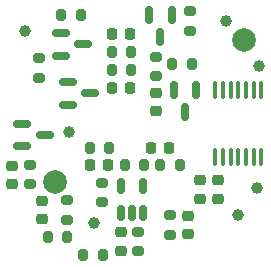
<source format=gbr>
%TF.GenerationSoftware,KiCad,Pcbnew,8.0.5*%
%TF.CreationDate,2024-11-25T09:23:58-07:00*%
%TF.ProjectId,NoteDetector,4e6f7465-4465-4746-9563-746f722e6b69,rev?*%
%TF.SameCoordinates,Original*%
%TF.FileFunction,Soldermask,Top*%
%TF.FilePolarity,Negative*%
%FSLAX46Y46*%
G04 Gerber Fmt 4.6, Leading zero omitted, Abs format (unit mm)*
G04 Created by KiCad (PCBNEW 8.0.5) date 2024-11-25 09:23:58*
%MOMM*%
%LPD*%
G01*
G04 APERTURE LIST*
G04 Aperture macros list*
%AMRoundRect*
0 Rectangle with rounded corners*
0 $1 Rounding radius*
0 $2 $3 $4 $5 $6 $7 $8 $9 X,Y pos of 4 corners*
0 Add a 4 corners polygon primitive as box body*
4,1,4,$2,$3,$4,$5,$6,$7,$8,$9,$2,$3,0*
0 Add four circle primitives for the rounded corners*
1,1,$1+$1,$2,$3*
1,1,$1+$1,$4,$5*
1,1,$1+$1,$6,$7*
1,1,$1+$1,$8,$9*
0 Add four rect primitives between the rounded corners*
20,1,$1+$1,$2,$3,$4,$5,0*
20,1,$1+$1,$4,$5,$6,$7,0*
20,1,$1+$1,$6,$7,$8,$9,0*
20,1,$1+$1,$8,$9,$2,$3,0*%
G04 Aperture macros list end*
%ADD10C,2.000000*%
%ADD11RoundRect,0.225000X-0.250000X0.225000X-0.250000X-0.225000X0.250000X-0.225000X0.250000X0.225000X0*%
%ADD12RoundRect,0.150000X-0.587500X-0.150000X0.587500X-0.150000X0.587500X0.150000X-0.587500X0.150000X0*%
%ADD13RoundRect,0.200000X-0.200000X-0.275000X0.200000X-0.275000X0.200000X0.275000X-0.200000X0.275000X0*%
%ADD14RoundRect,0.200000X0.275000X-0.200000X0.275000X0.200000X-0.275000X0.200000X-0.275000X-0.200000X0*%
%ADD15RoundRect,0.200000X-0.275000X0.200000X-0.275000X-0.200000X0.275000X-0.200000X0.275000X0.200000X0*%
%ADD16RoundRect,0.225000X0.250000X-0.225000X0.250000X0.225000X-0.250000X0.225000X-0.250000X-0.225000X0*%
%ADD17C,1.000000*%
%ADD18RoundRect,0.225000X-0.225000X-0.250000X0.225000X-0.250000X0.225000X0.250000X-0.225000X0.250000X0*%
%ADD19RoundRect,0.225000X0.225000X0.250000X-0.225000X0.250000X-0.225000X-0.250000X0.225000X-0.250000X0*%
%ADD20RoundRect,0.200000X0.200000X0.275000X-0.200000X0.275000X-0.200000X-0.275000X0.200000X-0.275000X0*%
%ADD21RoundRect,0.150000X-0.150000X0.587500X-0.150000X-0.587500X0.150000X-0.587500X0.150000X0.587500X0*%
%ADD22RoundRect,0.150000X0.150000X-0.512500X0.150000X0.512500X-0.150000X0.512500X-0.150000X-0.512500X0*%
%ADD23RoundRect,0.100000X0.100000X-0.637500X0.100000X0.637500X-0.100000X0.637500X-0.100000X-0.637500X0*%
G04 APERTURE END LIST*
D10*
%TO.C,BT1*%
X9599987Y7200017D03*
X-6399991Y-4800011D03*
%TD*%
D11*
%TO.C,C8*%
X-813616Y-9050000D03*
X-813616Y-10600000D03*
%TD*%
D12*
%TO.C,Q5*%
X-9125000Y150000D03*
X-9125000Y-1750000D03*
X-7250000Y-800000D03*
%TD*%
D13*
%TO.C,R11*%
X-438616Y-3375000D03*
X1211384Y-3375000D03*
%TD*%
D14*
%TO.C,R20*%
X2150000Y4175000D03*
X2150000Y5825000D03*
%TD*%
D15*
%TO.C,R16*%
X-2363616Y-4875000D03*
X-2363616Y-6525000D03*
%TD*%
D16*
%TO.C,C1*%
X-10000000Y-4950000D03*
X-10000000Y-3400000D03*
%TD*%
D17*
%TO.C,J2*%
X-3050000Y-8300000D03*
%TD*%
D18*
%TO.C,C5*%
X-3388616Y-3375000D03*
X-1838616Y-3375000D03*
%TD*%
D15*
%TO.C,R12*%
X3410000Y-7610000D03*
X3410000Y-9260000D03*
%TD*%
D17*
%TO.C,J1*%
X9110000Y-7610000D03*
%TD*%
D11*
%TO.C,C12*%
X5880000Y-4665000D03*
X5880000Y-6215000D03*
%TD*%
D13*
%TO.C,R17*%
X-5825000Y9350000D03*
X-4175000Y9350000D03*
%TD*%
D14*
%TO.C,R14*%
X686384Y-10650000D03*
X686384Y-9000000D03*
%TD*%
D19*
%TO.C,C7*%
X3275000Y-1875000D03*
X1725000Y-1875000D03*
%TD*%
D20*
%TO.C,R15*%
X-2313616Y-10975000D03*
X-3963616Y-10975000D03*
%TD*%
%TO.C,R18*%
X75000Y4700000D03*
X-1575000Y4700000D03*
%TD*%
D19*
%TO.C,C14*%
X25000Y7700000D03*
X-1525000Y7700000D03*
%TD*%
D11*
%TO.C,C11*%
X7400000Y-4665000D03*
X7400000Y-6215000D03*
%TD*%
D14*
%TO.C,R5*%
X-5338616Y-8000000D03*
X-5338616Y-6350000D03*
%TD*%
D13*
%TO.C,R22*%
X3575000Y5200000D03*
X5225000Y5200000D03*
%TD*%
D14*
%TO.C,R4*%
X-8500000Y-5000000D03*
X-8500000Y-3350000D03*
%TD*%
D16*
%TO.C,C2*%
X-7500000Y-7950000D03*
X-7500000Y-6400000D03*
%TD*%
D13*
%TO.C,R3*%
X-3438616Y-1875000D03*
X-1788616Y-1875000D03*
%TD*%
D17*
%TO.C,J3*%
X-5200000Y-550000D03*
%TD*%
D11*
%TO.C,C15*%
X2150000Y2775000D03*
X2150000Y1225000D03*
%TD*%
D21*
%TO.C,Q4*%
X3500000Y9387500D03*
X1600000Y9387500D03*
X2550000Y7512500D03*
%TD*%
D20*
%TO.C,R19*%
X75000Y6200000D03*
X-1575000Y6200000D03*
%TD*%
D14*
%TO.C,R21*%
X5100000Y8025000D03*
X5100000Y9675000D03*
%TD*%
D12*
%TO.C,Q3*%
X-5887500Y7800000D03*
X-5887500Y5900000D03*
X-4012500Y6850000D03*
%TD*%
D22*
%TO.C,U1*%
X-813616Y-7387500D03*
X136384Y-7387500D03*
X1086384Y-7387500D03*
X1086384Y-5112500D03*
X-813616Y-5112500D03*
%TD*%
D19*
%TO.C,C13*%
X25000Y3200000D03*
X-1525000Y3200000D03*
%TD*%
D12*
%TO.C,Q2*%
X-5237500Y3650000D03*
X-5237500Y1750000D03*
X-3362500Y2700000D03*
%TD*%
D11*
%TO.C,C6*%
X4925000Y-7670000D03*
X4925000Y-9220000D03*
%TD*%
D17*
%TO.C,J5*%
X-8900000Y7950000D03*
%TD*%
D13*
%TO.C,R13*%
X2561384Y-3375000D03*
X4211384Y-3375000D03*
%TD*%
D17*
%TO.C,J4*%
X10700000Y-5300000D03*
%TD*%
%TO.C,J7*%
X10900000Y5000000D03*
%TD*%
D14*
%TO.C,R1*%
X-7700000Y4025000D03*
X-7700000Y5675000D03*
%TD*%
D21*
%TO.C,Q1*%
X5600000Y3037500D03*
X3700000Y3037500D03*
X4650000Y1162500D03*
%TD*%
D23*
%TO.C,U2*%
X7200000Y-2712500D03*
X7850000Y-2712500D03*
X8500000Y-2712500D03*
X9150000Y-2712500D03*
X9800000Y-2712500D03*
X10450000Y-2712500D03*
X11100000Y-2712500D03*
X11100000Y3012500D03*
X10450000Y3012500D03*
X9800000Y3012500D03*
X9150000Y3012500D03*
X8500000Y3012500D03*
X7850000Y3012500D03*
X7200000Y3012500D03*
%TD*%
D17*
%TO.C,J6*%
X8100000Y8850000D03*
%TD*%
D20*
%TO.C,R2*%
X-5326116Y-9425000D03*
X-6976116Y-9425000D03*
%TD*%
M02*

</source>
